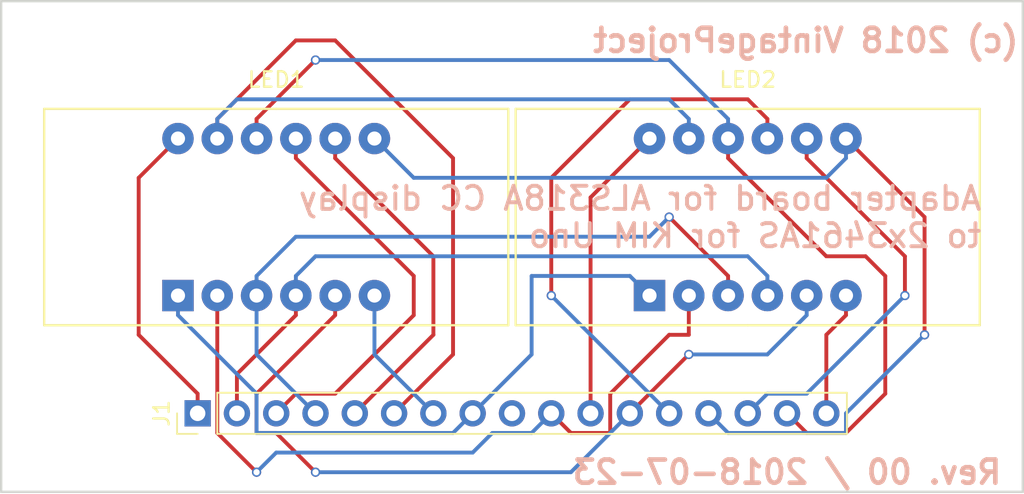
<source format=kicad_pcb>
(kicad_pcb (version 4) (host pcbnew 4.0.6)

  (general
    (links 24)
    (no_connects 0)
    (area 68.504999 53.264999 134.695001 85.165001)
    (thickness 1.6)
    (drawings 7)
    (tracks 124)
    (zones 0)
    (modules 3)
    (nets 18)
  )

  (page A4)
  (title_block
    (title "ALS318A to 2x 2364AS adapter board for KIM Uno")
    (date 2018-07-23)
    (rev 00)
    (company VintageProject)
  )

  (layers
    (0 F.Cu signal)
    (31 B.Cu signal)
    (32 B.Adhes user)
    (33 F.Adhes user)
    (34 B.Paste user)
    (35 F.Paste user)
    (36 B.SilkS user)
    (37 F.SilkS user)
    (38 B.Mask user)
    (39 F.Mask user)
    (40 Dwgs.User user)
    (41 Cmts.User user)
    (42 Eco1.User user)
    (43 Eco2.User user)
    (44 Edge.Cuts user)
    (45 Margin user)
    (46 B.CrtYd user)
    (47 F.CrtYd user)
    (48 B.Fab user)
    (49 F.Fab user)
  )

  (setup
    (last_trace_width 0.25)
    (trace_clearance 0.2)
    (zone_clearance 0.508)
    (zone_45_only no)
    (trace_min 0.2)
    (segment_width 0.2)
    (edge_width 0.15)
    (via_size 0.6)
    (via_drill 0.4)
    (via_min_size 0.4)
    (via_min_drill 0.3)
    (uvia_size 0.3)
    (uvia_drill 0.1)
    (uvias_allowed no)
    (uvia_min_size 0.2)
    (uvia_min_drill 0.1)
    (pcb_text_width 0.3)
    (pcb_text_size 1.5 1.5)
    (mod_edge_width 0.15)
    (mod_text_size 1 1)
    (mod_text_width 0.15)
    (pad_size 1.524 1.524)
    (pad_drill 0.762)
    (pad_to_mask_clearance 0.2)
    (aux_axis_origin 0 0)
    (visible_elements 7FFFFFFF)
    (pcbplotparams
      (layerselection 0x010f0_80000001)
      (usegerberextensions false)
      (excludeedgelayer true)
      (linewidth 0.100000)
      (plotframeref false)
      (viasonmask false)
      (mode 1)
      (useauxorigin false)
      (hpglpennumber 1)
      (hpglpenspeed 20)
      (hpglpendiameter 15)
      (hpglpenoverlay 2)
      (psnegative false)
      (psa4output false)
      (plotreference true)
      (plotvalue true)
      (plotinvisibletext false)
      (padsonsilk false)
      (subtractmaskfromsilk false)
      (outputformat 1)
      (mirror false)
      (drillshape 0)
      (scaleselection 1)
      (outputdirectory Gerber/))
  )

  (net 0 "")
  (net 1 /CC1)
  (net 2 /Seg_c)
  (net 3 /CC2)
  (net 4 /Seg_h)
  (net 5 /CC3)
  (net 6 /Seg_a)
  (net 7 /CC4)
  (net 8 /Seg_e)
  (net 9 /CC5)
  (net 10 /Seg_d)
  (net 11 /CC6)
  (net 12 /Seg_g)
  (net 13 /CC7)
  (net 14 /Seg_b)
  (net 15 /CC8)
  (net 16 /Seg_f)
  (net 17 /CC9)

  (net_class Default "This is the default net class."
    (clearance 0.2)
    (trace_width 0.25)
    (via_dia 0.6)
    (via_drill 0.4)
    (uvia_dia 0.3)
    (uvia_drill 0.1)
    (add_net /CC1)
    (add_net /CC2)
    (add_net /CC3)
    (add_net /CC4)
    (add_net /CC5)
    (add_net /CC6)
    (add_net /CC7)
    (add_net /CC8)
    (add_net /CC9)
    (add_net /Seg_a)
    (add_net /Seg_b)
    (add_net /Seg_c)
    (add_net /Seg_d)
    (add_net /Seg_e)
    (add_net /Seg_f)
    (add_net /Seg_g)
    (add_net /Seg_h)
  )

  (module Thilo_Lib:3461AS-BS_4x7SEG-DIGIT_9mm (layer F.Cu) (tedit 5B558AF1) (tstamp 5B55AD6C)
    (at 86.36 67.31)
    (descr "LED Display 4x7 segments")
    (tags 3461AS)
    (path /5B557584)
    (fp_text reference LED1 (at 0 -8.89) (layer F.SilkS)
      (effects (font (size 1 1) (thickness 0.15)))
    )
    (fp_text value 3461AS (at 0 8.89) (layer F.Fab)
      (effects (font (size 1 1) (thickness 0.15)))
    )
    (fp_line (start 0 -7) (end 15 -7) (layer F.SilkS) (width 0.15))
    (fp_line (start 15 -7) (end 15 7) (layer F.SilkS) (width 0.15))
    (fp_line (start 15 7) (end 0 7) (layer F.SilkS) (width 0.15))
    (fp_line (start -15 -7) (end -15 7) (layer F.SilkS) (width 0.15))
    (fp_line (start -15 7) (end 0 7) (layer F.SilkS) (width 0.15))
    (fp_line (start 0 -7) (end -15 -7) (layer F.SilkS) (width 0.15))
    (pad 1 thru_hole rect (at -6.35 5.08) (size 2.032 2.032) (drill 0.9144) (layers *.Cu *.Mask)
      (net 8 /Seg_e))
    (pad 2 thru_hole circle (at -3.81 5.08) (size 2.032 2.032) (drill 0.9144) (layers *.Cu *.Mask)
      (net 10 /Seg_d))
    (pad 3 thru_hole circle (at -1.27 5.08) (size 2.032 2.032) (drill 0.9144) (layers *.Cu *.Mask)
      (net 4 /Seg_h))
    (pad 4 thru_hole circle (at 1.27 5.08) (size 2.032 2.032) (drill 0.9144) (layers *.Cu *.Mask)
      (net 2 /Seg_c))
    (pad 5 thru_hole circle (at 3.81 5.08) (size 2.032 2.032) (drill 0.9144) (layers *.Cu *.Mask)
      (net 12 /Seg_g))
    (pad 6 thru_hole circle (at 6.35 5.08) (size 2.032 2.032) (drill 0.9144) (layers *.Cu *.Mask)
      (net 7 /CC4))
    (pad 7 thru_hole circle (at 6.35 -5.08) (size 2.032 2.032) (drill 0.9144) (layers *.Cu *.Mask)
      (net 14 /Seg_b))
    (pad 8 thru_hole circle (at 3.81 -5.08) (size 2.032 2.032) (drill 0.9144) (layers *.Cu *.Mask)
      (net 5 /CC3))
    (pad 12 thru_hole circle (at -6.35 -5.08) (size 2.032 2.032) (drill 0.9144) (layers *.Cu *.Mask)
      (net 1 /CC1))
    (pad 11 thru_hole circle (at -3.81 -5.08) (size 2.032 2.032) (drill 0.9144) (layers *.Cu *.Mask)
      (net 6 /Seg_a))
    (pad 10 thru_hole circle (at -1.27 -5.08) (size 2.032 2.032) (drill 0.9144) (layers *.Cu *.Mask)
      (net 16 /Seg_f))
    (pad 9 thru_hole circle (at 1.27 -5.08) (size 2.032 2.032) (drill 0.9144) (layers *.Cu *.Mask)
      (net 3 /CC2))
  )

  (module Pin_Headers:Pin_Header_Straight_1x17_Pitch2.54mm (layer F.Cu) (tedit 5B558AE0) (tstamp 5B55AD56)
    (at 81.28 80.01 90)
    (descr "Through hole straight pin header, 1x17, 2.54mm pitch, single row")
    (tags "Through hole pin header THT 1x17 2.54mm single row")
    (path /5B558978)
    (fp_text reference J1 (at 0 -2.33 90) (layer F.SilkS)
      (effects (font (size 1 1) (thickness 0.15)))
    )
    (fp_text value ALS318A (at -2.54 20.32 180) (layer F.Fab)
      (effects (font (size 1 1) (thickness 0.15)))
    )
    (fp_line (start -0.635 -1.27) (end 1.27 -1.27) (layer F.Fab) (width 0.1))
    (fp_line (start 1.27 -1.27) (end 1.27 41.91) (layer F.Fab) (width 0.1))
    (fp_line (start 1.27 41.91) (end -1.27 41.91) (layer F.Fab) (width 0.1))
    (fp_line (start -1.27 41.91) (end -1.27 -0.635) (layer F.Fab) (width 0.1))
    (fp_line (start -1.27 -0.635) (end -0.635 -1.27) (layer F.Fab) (width 0.1))
    (fp_line (start -1.33 41.97) (end 1.33 41.97) (layer F.SilkS) (width 0.12))
    (fp_line (start -1.33 1.27) (end -1.33 41.97) (layer F.SilkS) (width 0.12))
    (fp_line (start 1.33 1.27) (end 1.33 41.97) (layer F.SilkS) (width 0.12))
    (fp_line (start -1.33 1.27) (end 1.33 1.27) (layer F.SilkS) (width 0.12))
    (fp_line (start -1.33 0) (end -1.33 -1.33) (layer F.SilkS) (width 0.12))
    (fp_line (start -1.33 -1.33) (end 0 -1.33) (layer F.SilkS) (width 0.12))
    (fp_line (start -1.8 -1.8) (end -1.8 42.45) (layer F.CrtYd) (width 0.05))
    (fp_line (start -1.8 42.45) (end 1.8 42.45) (layer F.CrtYd) (width 0.05))
    (fp_line (start 1.8 42.45) (end 1.8 -1.8) (layer F.CrtYd) (width 0.05))
    (fp_line (start 1.8 -1.8) (end -1.8 -1.8) (layer F.CrtYd) (width 0.05))
    (fp_text user %R (at 0 20.32 180) (layer F.Fab)
      (effects (font (size 1 1) (thickness 0.15)))
    )
    (pad 1 thru_hole rect (at 0 0 90) (size 1.7 1.7) (drill 1) (layers *.Cu *.Mask)
      (net 1 /CC1))
    (pad 2 thru_hole oval (at 0 2.54 90) (size 1.7 1.7) (drill 1) (layers *.Cu *.Mask)
      (net 2 /Seg_c))
    (pad 3 thru_hole oval (at 0 5.08 90) (size 1.7 1.7) (drill 1) (layers *.Cu *.Mask)
      (net 3 /CC2))
    (pad 4 thru_hole oval (at 0 7.62 90) (size 1.7 1.7) (drill 1) (layers *.Cu *.Mask)
      (net 4 /Seg_h))
    (pad 5 thru_hole oval (at 0 10.16 90) (size 1.7 1.7) (drill 1) (layers *.Cu *.Mask)
      (net 5 /CC3))
    (pad 6 thru_hole oval (at 0 12.7 90) (size 1.7 1.7) (drill 1) (layers *.Cu *.Mask)
      (net 6 /Seg_a))
    (pad 7 thru_hole oval (at 0 15.24 90) (size 1.7 1.7) (drill 1) (layers *.Cu *.Mask)
      (net 7 /CC4))
    (pad 8 thru_hole oval (at 0 17.78 90) (size 1.7 1.7) (drill 1) (layers *.Cu *.Mask)
      (net 8 /Seg_e))
    (pad 9 thru_hole oval (at 0 20.32 90) (size 1.7 1.7) (drill 1) (layers *.Cu *.Mask)
      (net 9 /CC5))
    (pad 10 thru_hole oval (at 0 22.86 90) (size 1.7 1.7) (drill 1) (layers *.Cu *.Mask)
      (net 10 /Seg_d))
    (pad 11 thru_hole oval (at 0 25.4 90) (size 1.7 1.7) (drill 1) (layers *.Cu *.Mask)
      (net 11 /CC6))
    (pad 12 thru_hole oval (at 0 27.94 90) (size 1.7 1.7) (drill 1) (layers *.Cu *.Mask)
      (net 12 /Seg_g))
    (pad 13 thru_hole oval (at 0 30.48 90) (size 1.7 1.7) (drill 1) (layers *.Cu *.Mask)
      (net 13 /CC7))
    (pad 14 thru_hole oval (at 0 33.02 90) (size 1.7 1.7) (drill 1) (layers *.Cu *.Mask)
      (net 14 /Seg_b))
    (pad 15 thru_hole oval (at 0 35.56 90) (size 1.7 1.7) (drill 1) (layers *.Cu *.Mask)
      (net 15 /CC8))
    (pad 16 thru_hole oval (at 0 38.1 90) (size 1.7 1.7) (drill 1) (layers *.Cu *.Mask)
      (net 16 /Seg_f))
    (pad 17 thru_hole oval (at 0 40.64 90) (size 1.7 1.7) (drill 1) (layers *.Cu *.Mask)
      (net 17 /CC9))
    (model ${KISYS3DMOD}/Pin_Headers.3dshapes/Pin_Header_Straight_1x17_Pitch2.54mm.wrl
      (at (xyz 0 0 0))
      (scale (xyz 1 1 1))
      (rotate (xyz 0 0 0))
    )
  )

  (module Thilo_Lib:3461AS-BS_4x7SEG-DIGIT_9mm (layer F.Cu) (tedit 5B558EDB) (tstamp 5B55AD82)
    (at 116.84 67.31)
    (descr "LED Display 4x7 segments")
    (tags 3461AS)
    (path /5B557602)
    (fp_text reference LED2 (at 0 -8.89) (layer F.SilkS)
      (effects (font (size 1 1) (thickness 0.15)))
    )
    (fp_text value 3461AS (at 0 8.89) (layer F.Fab)
      (effects (font (size 1 1) (thickness 0.15)))
    )
    (fp_line (start 0 -7) (end 15 -7) (layer F.SilkS) (width 0.15))
    (fp_line (start 15 -7) (end 15 7) (layer F.SilkS) (width 0.15))
    (fp_line (start 15 7) (end 0 7) (layer F.SilkS) (width 0.15))
    (fp_line (start -15 -7) (end -15 7) (layer F.SilkS) (width 0.15))
    (fp_line (start -15 7) (end 0 7) (layer F.SilkS) (width 0.15))
    (fp_line (start 0 -7) (end -15 -7) (layer F.SilkS) (width 0.15))
    (pad 1 thru_hole rect (at -6.35 5.08) (size 2.032 2.032) (drill 0.9144) (layers *.Cu *.Mask)
      (net 8 /Seg_e))
    (pad 2 thru_hole circle (at -3.81 5.08) (size 2.032 2.032) (drill 0.9144) (layers *.Cu *.Mask)
      (net 10 /Seg_d))
    (pad 3 thru_hole circle (at -1.27 5.08) (size 2.032 2.032) (drill 0.9144) (layers *.Cu *.Mask)
      (net 4 /Seg_h))
    (pad 4 thru_hole circle (at 1.27 5.08) (size 2.032 2.032) (drill 0.9144) (layers *.Cu *.Mask)
      (net 2 /Seg_c))
    (pad 5 thru_hole circle (at 3.81 5.08) (size 2.032 2.032) (drill 0.9144) (layers *.Cu *.Mask)
      (net 12 /Seg_g))
    (pad 6 thru_hole circle (at 6.35 5.08) (size 2.032 2.032) (drill 0.9144) (layers *.Cu *.Mask)
      (net 17 /CC9))
    (pad 7 thru_hole circle (at 6.35 -5.08) (size 2.032 2.032) (drill 0.9144) (layers *.Cu *.Mask)
      (net 14 /Seg_b))
    (pad 8 thru_hole circle (at 3.81 -5.08) (size 2.032 2.032) (drill 0.9144) (layers *.Cu *.Mask)
      (net 15 /CC8))
    (pad 12 thru_hole circle (at -6.35 -5.08) (size 2.032 2.032) (drill 0.9144) (layers *.Cu *.Mask)
      (net 11 /CC6))
    (pad 11 thru_hole circle (at -3.81 -5.08) (size 2.032 2.032) (drill 0.9144) (layers *.Cu *.Mask)
      (net 6 /Seg_a))
    (pad 10 thru_hole circle (at -1.27 -5.08) (size 2.032 2.032) (drill 0.9144) (layers *.Cu *.Mask)
      (net 16 /Seg_f))
    (pad 9 thru_hole circle (at 1.27 -5.08) (size 2.032 2.032) (drill 0.9144) (layers *.Cu *.Mask)
      (net 13 /CC7))
  )

  (gr_text "Rev. 00 / 2018-07-23" (at 119.38 83.82) (layer B.SilkS)
    (effects (font (size 1.5 1.5) (thickness 0.3)) (justify mirror))
  )
  (gr_text "Adapter board for ALS318A CC display\nto 2x3461AS for KIM Uno" (at 132.08 67.31) (layer B.SilkS)
    (effects (font (size 1.5 1.5) (thickness 0.25)) (justify left mirror))
  )
  (gr_text "(c) 2018 VintageProject" (at 106.68 55.88) (layer B.SilkS)
    (effects (font (size 1.5 1.5) (thickness 0.3)) (justify right mirror))
  )
  (gr_line (start 68.58 85.09) (end 68.58 53.34) (angle 90) (layer Edge.Cuts) (width 0.15))
  (gr_line (start 134.62 53.34) (end 134.62 85.09) (angle 90) (layer Edge.Cuts) (width 0.15))
  (gr_line (start 134.62 85.09) (end 68.58 85.09) (angle 90) (layer Edge.Cuts) (width 0.15))
  (gr_line (start 68.58 53.34) (end 134.62 53.34) (angle 90) (layer Edge.Cuts) (width 0.15))

  (segment (start 80.01 62.23) (end 77.47 64.77) (width 0.25) (layer F.Cu) (net 1) (status 80000))
  (segment (start 77.47 64.77) (end 77.47 74.93) (width 0.25) (layer F.Cu) (net 1) (status 80000))
  (segment (start 77.47 74.93) (end 81.28 78.74) (width 0.25) (layer F.Cu) (net 1) (status 80000))
  (segment (start 81.28 78.74) (end 81.28 80.01) (width 0.25) (layer F.Cu) (net 1) (status 80000))
  (segment (start 118.11 72.39) (end 118.11 71.12) (width 0.25) (layer B.Cu) (net 2) (status 80000))
  (segment (start 118.11 71.12) (end 116.84 69.85) (width 0.25) (layer B.Cu) (net 2) (status 80000))
  (segment (start 116.84 69.85) (end 88.9 69.85) (width 0.25) (layer B.Cu) (net 2) (status 80000))
  (segment (start 88.9 69.85) (end 87.63 71.12) (width 0.25) (layer B.Cu) (net 2) (status 80000))
  (segment (start 87.63 71.12) (end 87.63 72.39) (width 0.25) (layer B.Cu) (net 2) (status 80000))
  (segment (start 87.63 72.39) (end 87.63 73.66) (width 0.25) (layer F.Cu) (net 2) (status 80000))
  (segment (start 87.63 73.66) (end 83.82 77.47) (width 0.25) (layer F.Cu) (net 2) (status 80000))
  (segment (start 83.82 77.47) (end 83.82 80.01) (width 0.25) (layer F.Cu) (net 2) (status 80000))
  (segment (start 86.36 80.01) (end 87.63 78.74) (width 0.25) (layer F.Cu) (net 3) (status 80000))
  (segment (start 87.63 78.74) (end 90.17 78.74) (width 0.25) (layer F.Cu) (net 3) (status 80000))
  (segment (start 90.17 78.74) (end 95.25 73.66) (width 0.25) (layer F.Cu) (net 3) (status 80000))
  (segment (start 95.25 73.66) (end 95.25 71.12) (width 0.25) (layer F.Cu) (net 3) (status 80000))
  (segment (start 95.25 71.12) (end 87.63 63.5) (width 0.25) (layer F.Cu) (net 3) (status 80000))
  (segment (start 87.63 63.5) (end 87.63 62.23) (width 0.25) (layer F.Cu) (net 3) (status 80000))
  (segment (start 115.57 72.39) (end 115.57 71.12) (width 0.25) (layer F.Cu) (net 4) (status 80000))
  (segment (start 115.57 71.12) (end 111.76 67.31) (width 0.25) (layer F.Cu) (net 4) (status 80000))
  (via (at 111.76 67.31) (size 0.6) (layers F.Cu B.Cu) (net 4) (status 80000))
  (segment (start 111.76 67.31) (end 110.49 68.58) (width 0.25) (layer B.Cu) (net 4) (status 80000))
  (segment (start 110.49 68.58) (end 87.63 68.58) (width 0.25) (layer B.Cu) (net 4) (status 80000))
  (segment (start 87.63 68.58) (end 85.09 71.12) (width 0.25) (layer B.Cu) (net 4) (status 80000))
  (segment (start 85.09 71.12) (end 85.09 72.39) (width 0.25) (layer B.Cu) (net 4) (status 80000))
  (segment (start 85.09 72.39) (end 85.09 76.2) (width 0.25) (layer B.Cu) (net 4) (status 80000))
  (segment (start 85.09 76.2) (end 88.9 80.01) (width 0.25) (layer B.Cu) (net 4) (status 80000))
  (segment (start 90.17 62.23) (end 90.17 63.5) (width 0.25) (layer F.Cu) (net 5) (status 80000))
  (segment (start 90.17 63.5) (end 96.52 69.85) (width 0.25) (layer F.Cu) (net 5) (status 80000))
  (segment (start 96.52 69.85) (end 96.52 74.93) (width 0.25) (layer F.Cu) (net 5) (status 80000))
  (segment (start 96.52 74.93) (end 91.44 80.01) (width 0.25) (layer F.Cu) (net 5) (status 80000))
  (segment (start 82.55 62.23) (end 82.55 60.96) (width 0.25) (layer F.Cu) (net 6) (status 80000))
  (segment (start 82.55 60.96) (end 87.63 55.88) (width 0.25) (layer F.Cu) (net 6) (status 80000))
  (segment (start 87.63 55.88) (end 90.17 55.88) (width 0.25) (layer F.Cu) (net 6) (status 80000))
  (segment (start 90.17 55.88) (end 97.79 63.5) (width 0.25) (layer F.Cu) (net 6) (status 80000))
  (segment (start 97.79 63.5) (end 97.79 76.2) (width 0.25) (layer F.Cu) (net 6) (status 80000))
  (segment (start 97.79 76.2) (end 93.98 80.01) (width 0.25) (layer F.Cu) (net 6) (status 80000))
  (segment (start 82.55 62.23) (end 82.55 60.96) (width 0.25) (layer B.Cu) (net 6) (status 80000))
  (segment (start 82.55 60.96) (end 83.82 59.69) (width 0.25) (layer B.Cu) (net 6) (status 80000))
  (segment (start 83.82 59.69) (end 111.76 59.69) (width 0.25) (layer B.Cu) (net 6) (status 80000))
  (segment (start 111.76 59.69) (end 113.03 60.96) (width 0.25) (layer B.Cu) (net 6) (status 80000))
  (segment (start 113.03 60.96) (end 113.03 62.23) (width 0.25) (layer B.Cu) (net 6) (status 80000))
  (segment (start 92.71 72.39) (end 92.71 76.2) (width 0.25) (layer B.Cu) (net 7) (status 80000))
  (segment (start 92.71 76.2) (end 96.52 80.01) (width 0.25) (layer B.Cu) (net 7) (status 80000))
  (segment (start 110.49 72.39) (end 109.22 71.12) (width 0.25) (layer B.Cu) (net 8) (status 80000))
  (segment (start 109.22 71.12) (end 102.87 71.12) (width 0.25) (layer B.Cu) (net 8) (status 80000))
  (segment (start 102.87 71.12) (end 102.87 76.2) (width 0.25) (layer B.Cu) (net 8) (status 80000))
  (segment (start 102.87 76.2) (end 99.06 80.01) (width 0.25) (layer B.Cu) (net 8) (status 80000))
  (segment (start 99.06 80.01) (end 97.79 81.28) (width 0.25) (layer B.Cu) (net 8) (status 80000))
  (segment (start 97.79 81.28) (end 85.09 81.28) (width 0.25) (layer B.Cu) (net 8) (status 80000))
  (segment (start 85.09 81.28) (end 85.09 78.74) (width 0.25) (layer B.Cu) (net 8) (status 80000))
  (segment (start 85.09 78.74) (end 80.01 73.66) (width 0.25) (layer B.Cu) (net 8) (status 80000))
  (segment (start 80.01 73.66) (end 80.01 72.39) (width 0.25) (layer B.Cu) (net 8) (status 80000))
  (segment (start 104.14 80.01) (end 105.41 81.28) (width 0.25) (layer F.Cu) (net 10) (status 80000))
  (segment (start 105.41 81.28) (end 107.95 81.28) (width 0.25) (layer F.Cu) (net 10) (status 80000))
  (segment (start 107.95 81.28) (end 107.95 78.74) (width 0.25) (layer F.Cu) (net 10) (status 80000))
  (segment (start 107.95 78.74) (end 111.76 74.93) (width 0.25) (layer F.Cu) (net 10) (status 80000))
  (segment (start 111.76 74.93) (end 113.03 74.93) (width 0.25) (layer F.Cu) (net 10) (status 80000))
  (segment (start 113.03 74.93) (end 113.03 72.39) (width 0.25) (layer F.Cu) (net 10) (status 80000))
  (segment (start 82.55 72.39) (end 82.55 81.28) (width 0.25) (layer F.Cu) (net 10) (status 80000))
  (segment (start 82.55 81.28) (end 85.09 83.82) (width 0.25) (layer F.Cu) (net 10) (status 80000))
  (via (at 85.09 83.82) (size 0.6) (layers F.Cu B.Cu) (net 10) (status 80000))
  (segment (start 85.09 83.82) (end 86.36 82.55) (width 0.25) (layer B.Cu) (net 10) (status 80000))
  (segment (start 86.36 82.55) (end 99.06 82.55) (width 0.25) (layer B.Cu) (net 10) (status 80000))
  (segment (start 99.06 82.55) (end 100.33 81.28) (width 0.25) (layer B.Cu) (net 10) (status 80000))
  (segment (start 100.33 81.28) (end 102.87 81.28) (width 0.25) (layer B.Cu) (net 10) (status 80000))
  (segment (start 102.87 81.28) (end 104.14 80.01) (width 0.25) (layer B.Cu) (net 10) (status 80000))
  (segment (start 110.49 62.23) (end 106.68 66.04) (width 0.25) (layer F.Cu) (net 11) (status 80000))
  (segment (start 106.68 66.04) (end 106.68 80.01) (width 0.25) (layer F.Cu) (net 11) (status 80000))
  (segment (start 120.65 72.39) (end 120.65 73.66) (width 0.25) (layer B.Cu) (net 12) (status 80000))
  (segment (start 120.65 73.66) (end 118.11 76.2) (width 0.25) (layer B.Cu) (net 12) (status 80000))
  (segment (start 118.11 76.2) (end 113.03 76.2) (width 0.25) (layer B.Cu) (net 12) (status 80000))
  (via (at 113.03 76.2) (size 0.6) (layers F.Cu B.Cu) (net 12) (status 80000))
  (segment (start 113.03 76.2) (end 109.22 80.01) (width 0.25) (layer F.Cu) (net 12) (status 80000))
  (segment (start 109.22 80.01) (end 105.41 83.82) (width 0.25) (layer B.Cu) (net 12) (status 80000))
  (segment (start 105.41 83.82) (end 88.9 83.82) (width 0.25) (layer B.Cu) (net 12) (status 80000))
  (via (at 88.9 83.82) (size 0.6) (layers F.Cu B.Cu) (net 12) (status 80000))
  (segment (start 88.9 83.82) (end 86.36 81.28) (width 0.25) (layer F.Cu) (net 12) (status 80000))
  (segment (start 86.36 81.28) (end 85.09 81.28) (width 0.25) (layer F.Cu) (net 12) (status 80000))
  (segment (start 85.09 81.28) (end 85.09 78.74) (width 0.25) (layer F.Cu) (net 12) (status 80000))
  (segment (start 85.09 78.74) (end 90.17 73.66) (width 0.25) (layer F.Cu) (net 12) (status 80000))
  (segment (start 90.17 73.66) (end 90.17 72.39) (width 0.25) (layer F.Cu) (net 12) (status 80000))
  (segment (start 118.11 62.23) (end 118.11 60.96) (width 0.25) (layer F.Cu) (net 13) (status 80000))
  (segment (start 118.11 60.96) (end 116.84 59.69) (width 0.25) (layer F.Cu) (net 13) (status 80000))
  (segment (start 116.84 59.69) (end 109.22 59.69) (width 0.25) (layer F.Cu) (net 13) (status 80000))
  (segment (start 109.22 59.69) (end 104.14 64.77) (width 0.25) (layer F.Cu) (net 13) (status 80000))
  (segment (start 104.14 64.77) (end 104.14 72.39) (width 0.25) (layer F.Cu) (net 13) (status 80000))
  (via (at 104.14 72.39) (size 0.6) (layers F.Cu B.Cu) (net 13) (status 80000))
  (segment (start 104.14 72.39) (end 111.76 80.01) (width 0.25) (layer B.Cu) (net 13) (status 80000))
  (segment (start 123.19 62.23) (end 128.27 67.31) (width 0.25) (layer F.Cu) (net 14) (status 80000))
  (segment (start 128.27 67.31) (end 128.27 74.93) (width 0.25) (layer F.Cu) (net 14) (status 80000))
  (via (at 128.27 74.93) (size 0.6) (layers F.Cu B.Cu) (net 14) (status 80000))
  (segment (start 128.27 74.93) (end 123.19 80.01) (width 0.25) (layer B.Cu) (net 14) (status 80000))
  (segment (start 123.19 80.01) (end 123.19 81.28) (width 0.25) (layer B.Cu) (net 14) (status 80000))
  (segment (start 123.19 81.28) (end 115.57 81.28) (width 0.25) (layer B.Cu) (net 14) (status 80000))
  (segment (start 115.57 81.28) (end 114.3 80.01) (width 0.25) (layer B.Cu) (net 14) (status 80000))
  (segment (start 92.71 62.23) (end 95.25 64.77) (width 0.25) (layer B.Cu) (net 14) (status 80000))
  (segment (start 95.25 64.77) (end 121.92 64.77) (width 0.25) (layer B.Cu) (net 14) (status 80000))
  (segment (start 121.92 64.77) (end 123.19 63.5) (width 0.25) (layer B.Cu) (net 14) (status 80000))
  (segment (start 123.19 63.5) (end 123.19 62.23) (width 0.25) (layer B.Cu) (net 14) (status 80000))
  (segment (start 120.65 62.23) (end 120.65 63.5) (width 0.25) (layer F.Cu) (net 15) (status 80000))
  (segment (start 120.65 63.5) (end 127 69.85) (width 0.25) (layer F.Cu) (net 15) (status 80000))
  (segment (start 127 69.85) (end 127 72.39) (width 0.25) (layer F.Cu) (net 15) (status 80000))
  (via (at 127 72.39) (size 0.6) (layers F.Cu B.Cu) (net 15) (status 80000))
  (segment (start 127 72.39) (end 120.65 78.74) (width 0.25) (layer B.Cu) (net 15) (status 80000))
  (segment (start 120.65 78.74) (end 118.11 78.74) (width 0.25) (layer B.Cu) (net 15) (status 80000))
  (segment (start 118.11 78.74) (end 116.84 80.01) (width 0.25) (layer B.Cu) (net 15) (status 80000))
  (segment (start 119.38 80.01) (end 120.65 81.28) (width 0.25) (layer F.Cu) (net 16) (status 80000))
  (segment (start 120.65 81.28) (end 123.19 81.28) (width 0.25) (layer F.Cu) (net 16) (status 80000))
  (segment (start 123.19 81.28) (end 125.73 78.74) (width 0.25) (layer F.Cu) (net 16) (status 80000))
  (segment (start 125.73 78.74) (end 125.73 71.12) (width 0.25) (layer F.Cu) (net 16) (status 80000))
  (segment (start 125.73 71.12) (end 124.46 69.85) (width 0.25) (layer F.Cu) (net 16) (status 80000))
  (segment (start 124.46 69.85) (end 121.92 69.85) (width 0.25) (layer F.Cu) (net 16) (status 80000))
  (segment (start 121.92 69.85) (end 115.57 63.5) (width 0.25) (layer F.Cu) (net 16) (status 80000))
  (segment (start 115.57 63.5) (end 115.57 62.23) (width 0.25) (layer F.Cu) (net 16) (status 80000))
  (segment (start 115.57 62.23) (end 115.57 60.96) (width 0.25) (layer B.Cu) (net 16) (status 80000))
  (segment (start 115.57 60.96) (end 111.76 57.15) (width 0.25) (layer B.Cu) (net 16) (status 80000))
  (segment (start 111.76 57.15) (end 88.9 57.15) (width 0.25) (layer B.Cu) (net 16) (status 80000))
  (via (at 88.9 57.15) (size 0.6) (layers F.Cu B.Cu) (net 16) (status 80000))
  (segment (start 88.9 57.15) (end 85.09 60.96) (width 0.25) (layer F.Cu) (net 16) (status 80000))
  (segment (start 85.09 60.96) (end 85.09 62.23) (width 0.25) (layer F.Cu) (net 16) (status 80000))
  (segment (start 123.19 72.39) (end 123.19 73.66) (width 0.25) (layer F.Cu) (net 17) (status 80000))
  (segment (start 123.19 73.66) (end 121.92 74.93) (width 0.25) (layer F.Cu) (net 17) (status 80000))
  (segment (start 121.92 74.93) (end 121.92 80.01) (width 0.25) (layer F.Cu) (net 17) (status 80000))

)

</source>
